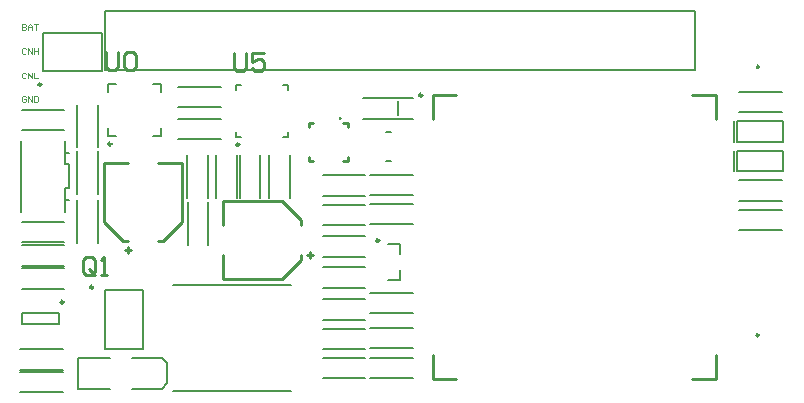
<source format=gto>
G04 Layer_Color=65535*
%FSLAX43Y43*%
%MOMM*%
G71*
G01*
G75*
%ADD36C,0.254*%
%ADD38C,0.250*%
%ADD39C,0.200*%
%ADD57C,0.203*%
%ADD58C,0.100*%
D36*
X27450Y23400D02*
G03*
X27450Y23400I-25J0D01*
G01*
X62900Y27750D02*
G03*
X62900Y27750I-100J0D01*
G01*
X62875Y5050D02*
G03*
X62875Y5050I-100J0D01*
G01*
X34391Y25350D02*
G03*
X34391Y25350I-141J0D01*
G01*
X24800Y22650D02*
Y23025D01*
X25125D01*
X27675D02*
X28050D01*
Y22650D02*
Y23025D01*
X24800Y19775D02*
Y20150D01*
Y19775D02*
X25150D01*
X27675D02*
X28050D01*
Y20150D01*
X24864Y11576D02*
Y12084D01*
X24610Y11830D02*
X25118D01*
X17500Y9800D02*
Y11830D01*
Y14370D02*
Y16400D01*
X24100Y14370D02*
Y14800D01*
X22500Y16400D02*
X24100Y14800D01*
X17500Y16400D02*
X22500D01*
X17500Y9800D02*
X22500D01*
X24100Y11400D01*
Y11830D01*
X35250Y25350D02*
X37250D01*
X35250Y23350D02*
Y25350D01*
X57250D02*
X59250D01*
Y23350D02*
Y25350D01*
X57250Y1350D02*
X59250D01*
Y3350D01*
X35250Y1350D02*
Y3350D01*
Y1350D02*
X37250D01*
X9201Y12261D02*
X9709D01*
X9455Y12007D02*
Y12515D01*
X7425Y19625D02*
X9455D01*
X11995D02*
X14025D01*
X11995Y13025D02*
X12425D01*
X14025Y14625D01*
Y19625D01*
X7425Y14625D02*
Y19625D01*
Y14625D02*
X9025Y13025D01*
X9455D01*
X18441Y28946D02*
Y27677D01*
X18695Y27423D01*
X19203D01*
X19457Y27677D01*
Y28946D01*
X20981D02*
X19965D01*
Y28185D01*
X20473Y28438D01*
X20727D01*
X20981Y28185D01*
Y27677D01*
X20727Y27423D01*
X20219D01*
X19965Y27677D01*
X7608Y29029D02*
Y27760D01*
X7862Y27506D01*
X8370D01*
X8624Y27760D01*
Y29029D01*
X9132Y28775D02*
X9386Y29029D01*
X9894D01*
X10148Y28775D01*
Y27760D01*
X9894Y27506D01*
X9386D01*
X9132Y27760D01*
Y28775D01*
X6674Y10371D02*
Y11386D01*
X6420Y11640D01*
X5912D01*
X5658Y11386D01*
Y10371D01*
X5912Y10117D01*
X6420D01*
X6166Y10625D02*
X6674Y10117D01*
X6420D02*
X6674Y10371D01*
X7182Y10117D02*
X7690D01*
X7436D01*
Y11640D01*
X7182Y11386D01*
D38*
X18875Y21175D02*
G03*
X18875Y21175I-125J0D01*
G01*
X8050Y21225D02*
G03*
X8050Y21225I-125J0D01*
G01*
X6500Y9100D02*
G03*
X6500Y9100I-125J0D01*
G01*
X2120Y26275D02*
G03*
X2120Y26275I-125J0D01*
G01*
X4000Y7825D02*
G03*
X4000Y7825I-125J0D01*
G01*
X30725Y13050D02*
G03*
X30725Y13050I-125J0D01*
G01*
D39*
X23000Y21825D02*
Y22250D01*
X22575Y21825D02*
X23000D01*
Y25800D02*
Y26225D01*
X22575D02*
X23000D01*
X18600D02*
X19025D01*
X18600Y25800D02*
Y26225D01*
Y21825D02*
Y22250D01*
Y21825D02*
X19025D01*
X12225Y21875D02*
Y22550D01*
X11550Y21875D02*
X12225D01*
Y25650D02*
Y26325D01*
X11550D02*
X12225D01*
X7775D02*
X8450D01*
X7775Y25650D02*
Y26325D01*
Y21875D02*
Y22550D01*
Y21875D02*
X8450D01*
X7500Y3845D02*
X10700D01*
X7500Y8845D02*
X10700D01*
Y3845D02*
Y8845D01*
X7500Y3845D02*
Y8845D01*
X32300Y23650D02*
Y24850D01*
X29400Y23350D02*
X33600D01*
X29400Y25150D02*
X33600D01*
X2250Y27400D02*
X7250D01*
X2250Y30600D02*
X7250D01*
X2250Y27400D02*
Y30600D01*
X7250Y27400D02*
Y30600D01*
X375Y15500D02*
Y21500D01*
X4150Y19500D02*
X4450D01*
Y17500D02*
Y19500D01*
X4125Y17500D02*
X4450D01*
X4150Y16500D02*
X4450D01*
X4125Y20500D02*
X4450D01*
X4125Y15500D02*
Y17500D01*
Y19525D02*
Y21500D01*
Y19525D02*
X4150Y19500D01*
X525Y5950D02*
X3625D01*
X525Y6950D02*
X3625D01*
X525Y5950D02*
Y6950D01*
X3625Y5950D02*
Y6950D01*
X32450Y9750D02*
Y10550D01*
X31450Y9750D02*
X32450D01*
Y11950D02*
Y12750D01*
X31450D02*
X32450D01*
X9800Y500D02*
X12350D01*
X9800Y3100D02*
X12350D01*
X5200Y500D02*
Y3100D01*
Y500D02*
X7900D01*
X5200Y3100D02*
X7900D01*
X12350Y500D02*
X12800Y950D01*
X12350Y3100D02*
X12800Y2650D01*
Y950D02*
Y2650D01*
X31300Y19750D02*
X31700D01*
X31300Y22250D02*
X31700D01*
D57*
X25947Y8088D02*
X29553D01*
X25947Y6361D02*
X29553D01*
X25947Y5588D02*
X29553D01*
X25947Y3861D02*
X29553D01*
X29947Y1412D02*
X33553D01*
X29947Y3139D02*
X33553D01*
X29947Y3912D02*
X33553D01*
X29947Y5639D02*
X33553D01*
X29947Y6912D02*
X33553D01*
X29947Y8639D02*
X33553D01*
X25947Y13413D02*
X29553D01*
X25947Y11686D02*
X29553D01*
X61197Y23912D02*
X64803D01*
X61197Y25639D02*
X64803D01*
X61197Y16412D02*
X64803D01*
X61197Y18139D02*
X64803D01*
X25947Y16088D02*
X29553D01*
X25947Y14361D02*
X29553D01*
X447Y8962D02*
X4053D01*
X447Y10689D02*
X4053D01*
X447Y14613D02*
X4053D01*
X447Y12886D02*
X4053D01*
X447Y22412D02*
X4053D01*
X447Y24139D02*
X4053D01*
X13722Y24362D02*
X17328D01*
X13722Y26089D02*
X17328D01*
X13697Y21612D02*
X17303D01*
X13697Y23339D02*
X17303D01*
X60750Y21400D02*
Y23150D01*
X61050D02*
X64950D01*
X61050Y21400D02*
Y23150D01*
Y21400D02*
X64950D01*
Y23150D01*
X60750Y18900D02*
Y20650D01*
X61050D02*
X64950D01*
X61050Y18900D02*
Y20650D01*
Y18900D02*
X64950D01*
Y20650D01*
X13275Y275D02*
X23275D01*
X13275Y9275D02*
X23275D01*
X5162Y20947D02*
Y24553D01*
X6889Y20947D02*
Y24553D01*
X25947Y1412D02*
X29553D01*
X25947Y3139D02*
X29553D01*
X61197Y13912D02*
X64803D01*
X61197Y15639D02*
X64803D01*
X25947Y18588D02*
X29553D01*
X25947Y16861D02*
X29553D01*
X25947Y10788D02*
X29553D01*
X25947Y9061D02*
X29553D01*
X29947Y14412D02*
X33553D01*
X29947Y16139D02*
X33553D01*
X29947Y16912D02*
X33553D01*
X29947Y18639D02*
X33553D01*
X5162Y17022D02*
Y20628D01*
X6889Y17022D02*
Y20628D01*
X14512Y12672D02*
Y16278D01*
X16239Y12672D02*
Y16278D01*
X347Y1938D02*
X3953D01*
X347Y211D02*
X3953D01*
X347Y3838D02*
X3953D01*
X347Y2111D02*
X3953D01*
X447Y10937D02*
X4053D01*
X447Y12664D02*
X4053D01*
X6888Y12872D02*
Y16478D01*
X5161Y12872D02*
Y16478D01*
X14487Y16672D02*
Y20278D01*
X16214Y16672D02*
Y20278D01*
X18663Y16672D02*
Y20278D01*
X16936Y16672D02*
Y20278D01*
X18937Y16672D02*
Y20278D01*
X20664Y16672D02*
Y20278D01*
X21437Y16672D02*
Y20278D01*
X23164Y16672D02*
Y20278D01*
X7500Y32500D02*
X57500D01*
Y27500D02*
Y32500D01*
X7500Y27500D02*
X57500D01*
X7500D02*
Y32500D01*
D58*
X808Y25192D02*
X725Y25275D01*
X558D01*
X475Y25192D01*
Y24858D01*
X558Y24775D01*
X725D01*
X808Y24858D01*
Y25025D01*
X642D01*
X975Y24775D02*
Y25275D01*
X1308Y24775D01*
Y25275D01*
X1475D02*
Y24775D01*
X1725D01*
X1808Y24858D01*
Y25192D01*
X1725Y25275D01*
X1475D01*
X808Y29292D02*
X725Y29375D01*
X558D01*
X475Y29292D01*
Y28958D01*
X558Y28875D01*
X725D01*
X808Y28958D01*
X975Y28875D02*
Y29375D01*
X1308Y28875D01*
Y29375D01*
X1475D02*
Y28875D01*
Y29125D01*
X1808D01*
Y29375D01*
Y28875D01*
X808Y27192D02*
X725Y27275D01*
X558D01*
X475Y27192D01*
Y26858D01*
X558Y26775D01*
X725D01*
X808Y26858D01*
X975Y26775D02*
Y27275D01*
X1308Y26775D01*
Y27275D01*
X1475D02*
Y26775D01*
X1808D01*
X475Y31375D02*
Y30875D01*
X725D01*
X808Y30958D01*
Y31042D01*
X725Y31125D01*
X475D01*
X725D01*
X808Y31208D01*
Y31292D01*
X725Y31375D01*
X475D01*
X975Y30875D02*
Y31208D01*
X1141Y31375D01*
X1308Y31208D01*
Y30875D01*
Y31125D01*
X975D01*
X1475Y31375D02*
X1808D01*
X1641D01*
Y30875D01*
M02*

</source>
